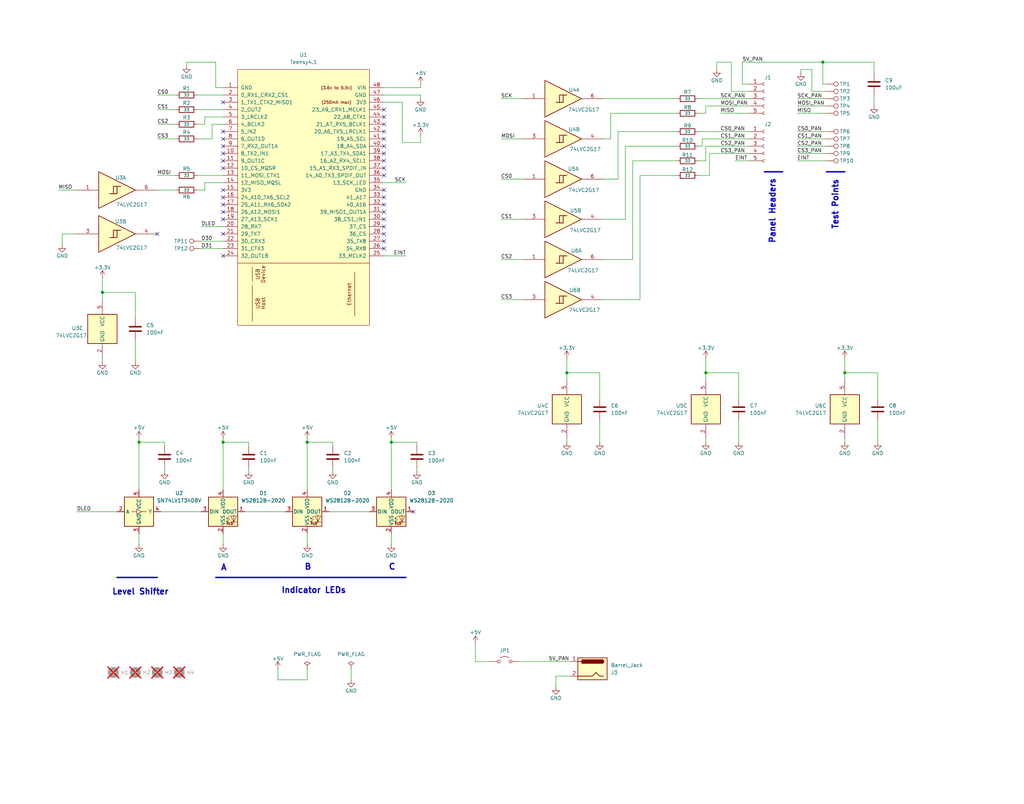
<source format=kicad_sch>
(kicad_sch (version 20250114) (generator "eeschema") (generator_version "9.0")
  (paper "User" 355.6 279.4)
  (title_block (title "${BoardName} V${Version}") (date "2025-10-02") (rev "${Revision}") (company "Reiser Lab"))
  (lib_symbols
    (symbol "74xGxx:74LVC2G17"
      (property "Reference" "U" (at -1.27 7.62 0))
      (property "Value" "74LVC2G17" (at 2.54 -7.62 0))
      (symbol "74LVC2G17_1_1"
        (pin input line (at -15.24 0 0) (length 7.62) (name "~") (number "1"))
        (pin output line (at 12.7 0 180) (length 7.62) (name "~") (number "6"))
      )
      (symbol "74LVC2G17_2_1"
        (pin input line (at -15.24 0 0) (length 7.62) (name "~") (number "3"))
        (pin output line (at 12.7 0 180) (length 7.62) (name "~") (number "4"))
      )
      (symbol "74LVC2G17_3_1"
        (pin power_in line (at 0 10.16 270) (length 5.08) (name "VCC") (number "5"))
        (pin power_in line (at 0 -10.16 90) (length 5.08) (name "GND") (number "2"))
      )
    )
    (symbol "Connector:Barrel_Jack" (pin_names (offset 1.016))
      (property "Reference" "J" (at 0 5.334 0))
      (property "Value" "Barrel_Jack" (at 0 -5.08 0))
      (symbol "Barrel_Jack_1_1"
        (pin passive line (at 7.62 2.54 180) (length 2.54) (name "~") (number "1"))
        (pin passive line (at 7.62 -2.54 180) (length 2.54) (name "~") (number "2"))
      )
    )
    (symbol "Connector:Conn_01x05_Socket" (pin_names (offset 1.016) (hide yes))
      (property "Reference" "J" (at 0 7.62 0))
      (property "Value" "Conn_01x05_Socket" (at 0 -7.62 0))
      (symbol "Conn_01x05_Socket_1_1"
        (pin passive line (at -5.08 5.08 0) (length 3.81) (name "Pin_1") (number "1"))
        (pin passive line (at -5.08 2.54 0) (length 3.81) (name "Pin_2") (number "2"))
        (pin passive line (at -5.08 0 0) (length 3.81) (name "Pin_3") (number "3"))
        (pin passive line (at -5.08 -2.54 0) (length 3.81) (name "Pin_4") (number "4"))
        (pin passive line (at -5.08 -5.08 0) (length 3.81) (name "Pin_5") (number "5"))
      )
    )
    (symbol "Connector:TestPoint" (pin_numbers (hide yes)) (pin_names (offset 0.762) (hide yes))
      (property "Reference" "TP" (at 0 6.858 0))
      (property "Value" "TestPoint" (at 0 5.08 0))
      (symbol "TestPoint_1_1"
        (pin passive line (at 0 0 90) (length 2.54) (name "1") (number "1"))
      )
    )
    (symbol "Device:C" (pin_numbers (hide yes)) (pin_names (offset 0.254))
      (property "Reference" "C" (at 0.635 2.54 0))
      (property "Value" "C" (at 0.635 -2.54 0))
      (symbol "C_1_1"
        (pin passive line (at 0 3.81 270) (length 2.794) (name "~") (number "1"))
        (pin passive line (at 0 -3.81 90) (length 2.794) (name "~") (number "2"))
      )
    )
    (symbol "Device:R" (pin_numbers (hide yes)) (pin_names (offset 0))
      (property "Reference" "R" (at 2.032 0 90))
      (property "Value" "R" (at 0 0 90))
      (symbol "R_1_1"
        (pin passive line (at 0 3.81 270) (length 1.27) (name "~") (number "1"))
        (pin passive line (at 0 -3.81 90) (length 1.27) (name "~") (number "2"))
      )
    )
    (symbol "Jumper:Jumper_2_Open" (pin_numbers (hide yes)) (pin_names (offset 0) (hide yes))
      (property "Reference" "JP" (at 0 2.794 0))
      (property "Value" "Jumper_2_Open" (at 0 -2.286 0))
      (symbol "Jumper_2_Open_1_1"
        (pin passive line (at -5.08 0 0) (length 2.54) (name "A") (number "1"))
        (pin passive line (at 5.08 0 180) (length 2.54) (name "B") (number "2"))
      )
    )
    (symbol "LED:WS2812B-2020" (pin_names (offset 0.254))
      (property "Reference" "D" (at 5.08 5.715 0))
      (property "Value" "WS2812B-2020" (at 1.27 -5.715 0))
      (symbol "WS2812B-2020_0_0"
        (text "RGB" (at 2.286 -4.191 0) (effects (font (size 0.762 0.762))))
      )
      (symbol "WS2812B-2020_1_1"
        (pin input line (at -7.62 0 0) (length 2.54) (name "DIN") (number "3"))
        (pin power_in line (at 0 7.62 270) (length 2.54) (name "VDD") (number "4"))
        (pin power_in line (at 0 -7.62 90) (length 2.54) (name "VSS") (number "2"))
        (pin output line (at 7.62 0 180) (length 2.54) (name "DOUT") (number "1"))
      )
    )
    (symbol "Logic_LevelTranslator:SN74LV1T34DBV"
      (property "Reference" "U" (at 5.08 6.35 0))
      (property "Value" "SN74LV1T34DBV" (at 5.08 3.81 0))
      (symbol "SN74LV1T34DBV_1_1"
        (pin input line (at -7.62 0 0) (length 2.54) (name "A") (number "2"))
        (pin no_connect line (at -5.08 2.54 0) (length 2.54) (hide yes) (name "NC") (number "1"))
        (pin power_in line (at 0 7.62 270) (length 2.54) (name "VCC") (number "5"))
        (pin power_in line (at 0 -7.62 90) (length 2.54) (name "GND") (number "3"))
        (pin output line (at 7.62 0 180) (length 2.54) (name "Y") (number "4"))
      )
    )
    (symbol "Mechanical:MountingHole" (pin_names (offset 1.016)) (in_bom no)
      (property "Reference" "H" (at 0 5.08 0))
      (property "Value" "MountingHole" (at 0 3.175 0))
    )
    (symbol "power:+3.3V" (power) (pin_numbers (hide yes)) (pin_names (offset 0) (hide yes))
      (property "Value" "+3.3V" (at 0 3.556 0))
      (symbol "+3.3V_1_1"
        (pin power_in line (at 0 0 90) (length 0) (name "~") (number "1"))
      )
    )
    (symbol "power:+5V" (power) (pin_numbers (hide yes)) (pin_names (offset 0) (hide yes))
      (property "Value" "+5V" (at 0 3.556 0))
      (symbol "+5V_1_1"
        (pin power_in line (at 0 0 90) (length 0) (name "~") (number "1"))
      )
    )
    (symbol "power:GND" (power) (pin_numbers (hide yes)) (pin_names (offset 0) (hide yes))
      (property "Value" "GND" (at 0 -3.81 0))
      (symbol "GND_1_1"
        (pin power_in line (at 0 0 270) (length 0) (name "~") (number "1"))
      )
    )
    (symbol "power:PWR_FLAG" (power) (pin_numbers (hide yes)) (pin_names (offset 0) (hide yes))
      (property "Value" "PWR_FLAG" (at 0 3.81 0))
      (symbol "PWR_FLAG_0_0"
        (pin power_out line (at 0 0 90) (length 0) (name "~") (number "1"))
      )
    )
    (symbol "teensy:Teensy4.1" (pin_names (offset 1.016))
      (property "Reference" "U" (at 0 64.77 0))
      (property "Value" "Teensy4.1" (at 0 62.23 0))
      (symbol "Teensy4.1_0_0"
        (text "USB" (at -15.875 -10.16 900) (effects (font (size 1.27 1.27))))
        (text "USB" (at -15.875 -20.32 900) (effects (font (size 1.27 1.27))))
        (text "Device" (at -13.97 -10.16 900) (effects (font (size 1.27 1.27))))
        (text "Host" (at -13.97 -20.32 900) (effects (font (size 1.27 1.27))))
        (text "(3.6v to 5.5v)" (at 11.43 54.61 0) (effects (font (size 1.016 1.016))))
        (text "(250mA max)" (at 11.43 49.53 0) (effects (font (size 1.016 1.016))))
        (text "Ethernet" (at 15.875 -17.145 900) (effects (font (size 1.27 1.27))))
        (pin bidirectional line (at -27.94 44.45 0) (length 5.08) (name "3_LRCLK2") (number "5"))
        (pin bidirectional line (at -27.94 41.91 0) (length 5.08) (name "4_BCLK2") (number "6"))
        (pin bidirectional line (at -27.94 39.37 0) (length 5.08) (name "5_IN2") (number "7"))
        (pin bidirectional line (at -27.94 36.83 0) (length 5.08) (name "6_OUT1D") (number "8"))
        (pin bidirectional line (at -27.94 34.29 0) (length 5.08) (name "7_RX2_OUT1A") (number "9"))
        (pin bidirectional line (at -27.94 31.75 0) (length 5.08) (name "8_TX2_IN1") (number "10"))
        (pin bidirectional line (at -27.94 29.21 0) (length 5.08) (name "9_OUT1C") (number "11"))
        (pin bidirectional line (at -27.94 26.67 0) (length 5.08) (name "10_CS_MQSR") (number "12"))
        (pin bidirectional line (at -27.94 24.13 0) (length 5.08) (name "11_MOSI_CTX1") (number "13"))
        (pin bidirectional line (at -27.94 21.59 0) (length 5.08) (name "12_MISO_MQSL") (number "14"))
        (pin power_in line (at -27.94 19.05 0) (length 5.08) (name "3V3") (number "15"))
        (pin bidirectional line (at -27.94 16.51 0) (length 5.08) (name "24_A10_TX6_SCL2") (number "16"))
        (pin bidirectional line (at -27.94 13.97 0) (length 5.08) (name "25_A11_RX6_SDA2") (number "17"))
        (pin bidirectional line (at -27.94 11.43 0) (length 5.08) (name "26_A12_MOSI1") (number "18"))
        (pin bidirectional line (at -27.94 8.89 0) (length 5.08) (name "27_A13_SCK1") (number "19"))
        (pin bidirectional line (at -27.94 6.35 0) (length 5.08) (name "28_RX7") (number "20"))
        (pin bidirectional line (at -27.94 3.81 0) (length 5.08) (name "29_TX7") (number "21"))
        (pin bidirectional line (at -27.94 1.27 0) (length 5.08) (name "30_CRX3") (number "22"))
        (pin bidirectional line (at -27.94 -1.27 0) (length 5.08) (name "31_CTX3") (number "23"))
        (pin bidirectional line (at -27.94 -3.81 0) (length 5.08) (name "32_OUT1B") (number "24"))
        (pin power_in line (at 27.94 54.61 180) (length 5.08) (name "VIN") (number "48"))
        (pin bidirectional line (at 27.94 46.99 180) (length 5.08) (name "23_A9_CRX1_MCLK1") (number "45"))
        (pin bidirectional line (at 27.94 44.45 180) (length 5.08) (name "22_A8_CTX1") (number "44"))
        (pin bidirectional line (at 27.94 41.91 180) (length 5.08) (name "21_A7_RX5_BCLK1") (number "43"))
        (pin bidirectional line (at 27.94 39.37 180) (length 5.08) (name "20_A6_TX5_LRCLK1") (number "42"))
        (pin bidirectional line (at 27.94 36.83 180) (length 5.08) (name "19_A5_SCL") (number "41"))
        (pin bidirectional line (at 27.94 34.29 180) (length 5.08) (name "18_A4_SDA") (number "40"))
        (pin bidirectional line (at 27.94 31.75 180) (length 5.08) (name "17_A3_TX4_SDA1") (number "39"))
        (pin bidirectional line (at 27.94 29.21 180) (length 5.08) (name "16_A2_RX4_SCL1") (number "38"))
        (pin bidirectional line (at 27.94 26.67 180) (length 5.08) (name "15_A1_RX3_SPDIF_IN") (number "37"))
        (pin bidirectional line (at 27.94 24.13 180) (length 5.08) (name "14_A0_TX3_SPDIF_OUT") (number "36"))
        (pin bidirectional line (at 27.94 21.59 180) (length 5.08) (name "13_SCK_LED") (number "35"))
        (pin bidirectional line (at 27.94 16.51 180) (length 5.08) (name "41_A17") (number "33"))
        (pin bidirectional line (at 27.94 13.97 180) (length 5.08) (name "40_A16") (number "32"))
        (pin bidirectional line (at 27.94 11.43 180) (length 5.08) (name "39_MISO1_OUT1A") (number "31"))
        (pin bidirectional line (at 27.94 8.89 180) (length 5.08) (name "38_CS1_IN1") (number "30"))
        (pin bidirectional line (at 27.94 6.35 180) (length 5.08) (name "37_CS") (number "29"))
        (pin bidirectional line (at 27.94 3.81 180) (length 5.08) (name "36_CS") (number "28"))
        (pin bidirectional line (at 27.94 1.27 180) (length 5.08) (name "35_TX8") (number "27"))
        (pin bidirectional line (at 27.94 -1.27 180) (length 5.08) (name "34_RX8") (number "26"))
        (pin bidirectional line (at 27.94 -3.81 180) (length 5.08) (name "33_MCLK2") (number "25"))
      )
      (symbol "Teensy4.1_1_0"
        (pin power_in line (at 27.94 52.07 180) (length 5.08) (name "GND") (number "47"))
        (pin power_out line (at 27.94 49.53 180) (length 5.08) (name "3V3") (number "46"))
      )
      (symbol "Teensy4.1_1_1"
        (pin power_in line (at -27.94 54.61 0) (length 5.08) (name "GND") (number "1"))
        (pin bidirectional line (at -27.94 52.07 0) (length 5.08) (name "0_RX1_CRX2_CS1") (number "2"))
        (pin bidirectional line (at -27.94 49.53 0) (length 5.08) (name "1_TX1_CTX2_MISO1") (number "3"))
        (pin bidirectional line (at -27.94 46.99 0) (length 5.08) (name "2_OUT2") (number "4"))
        (pin power_in line (at 27.94 19.05 180) (length 5.08) (name "GND") (number "34"))
      )
    )
  )
  (text "Add Teensy GPIO test points!" (at 96.774 -7.62 0) (effects (font (size 5.08 5.08))))
  (text "Test Points" (at 290.068 71.12 90) (effects (font (size 2.032 2.032) (thickness 0.4064) (bold yes))))
  (text "C" (at 136.144 197.104 0) (effects (font (size 2.032 2.032) (thickness 0.4064) (bold yes))))
  (text "Indicator LEDs" (at 108.966 205.232 0) (effects (font (size 2.032 2.032) (thickness 0.4064) (bold yes))))
  (text "B" (at 106.934 197.104 0) (effects (font (size 2.032 2.032) (thickness 0.4064) (bold yes))))
  (text "Panel Headers" (at 268.224 73.406 90) (effects (font (size 2.032 2.032) (thickness 0.4064) (bold yes))))
  (text "A" (at 77.724 197.358 0) (effects (font (size 2.032 2.032) (thickness 0.4064) (bold yes))))
  (text "Level Shifter" (at 48.768 205.74 0) (effects (font (size 2.032 2.032) (thickness 0.4064) (bold yes))))
  (junction (at 35.56 101.6))
  (junction (at 293.37 129.54))
  (junction (at 285.75 21.59))
  (junction (at 77.47 153.67))
  (junction (at 135.89 153.67))
  (junction (at 106.68 153.67))
  (junction (at 245.11 129.54))
  (junction (at 196.85 129.54))
  (junction (at 48.26 153.67))
  (no_connect (at 133.35 78.74))
  (no_connect (at 133.35 71.12))
  (no_connect (at 77.47 73.66))
  (no_connect (at 77.47 88.9))
  (no_connect (at 77.47 66.04))
  (no_connect (at 133.35 40.64))
  (no_connect (at 133.35 60.96))
  (no_connect (at 133.35 55.88))
  (no_connect (at 133.35 43.18))
  (no_connect (at 133.35 86.36))
  (no_connect (at 133.35 66.04))
  (no_connect (at 133.35 53.34))
  (no_connect (at 77.47 71.12))
  (no_connect (at 77.47 48.26))
  (no_connect (at 77.47 76.2))
  (no_connect (at 133.35 48.26))
  (no_connect (at 77.47 53.34))
  (no_connect (at 133.35 73.66))
  (no_connect (at 133.35 68.58))
  (no_connect (at 133.35 45.72))
  (no_connect (at 133.35 81.28))
  (no_connect (at 77.47 50.8))
  (no_connect (at 77.47 45.72))
  (no_connect (at 77.47 68.58))
  (no_connect (at 133.35 83.82))
  (no_connect (at 77.47 81.28))
  (no_connect (at 54.61 81.28))
  (no_connect (at 133.35 58.42))
  (no_connect (at 143.51 177.8))
  (no_connect (at 133.35 76.2))
  (no_connect (at 133.35 50.8))
  (no_connect (at 133.35 38.1))
  (no_connect (at 77.47 35.56))
  (no_connect (at 77.47 55.88))
  (no_connect (at 77.47 58.42))
  (wire (pts (xy 250.19 39.37) (xy 260.35 39.37)))
  (wire (pts (xy 222.25 60.96) (xy 222.25 104.14)))
  (wire (pts (xy 71.12 43.18) (xy 68.58 43.18)))
  (wire (pts (xy 242.57 60.96) (xy 246.38 60.96)))
  (wire (pts (xy 276.86 34.29) (xy 287.02 34.29)))
  (wire (pts (xy 208.28 129.54) (xy 208.28 138.43)))
  (wire (pts (xy 68.58 33.02) (xy 77.47 33.02)))
  (wire (pts (xy 255.27 55.88) (xy 260.35 55.88)))
  (wire (pts (xy 71.12 63.5) (xy 77.47 63.5)))
  (wire (pts (xy 209.55 34.29) (xy 234.95 34.29)))
  (wire (pts (xy 254 21.59) (xy 248.92 21.59)))
  (wire (pts (xy 293.37 124.46) (xy 293.37 129.54)))
  (wire (pts (xy 135.89 153.67) (xy 144.78 153.67)))
  (wire (pts (xy 69.85 83.82) (xy 77.47 83.82)))
  (wire (pts (xy 54.61 33.02) (xy 60.96 33.02)))
  (wire (pts (xy 165.1 223.52) (xy 165.1 229.87)))
  (wire (pts (xy 173.99 34.29) (xy 181.61 34.29)))
  (wire (pts (xy 242.57 45.72) (xy 260.35 45.72)))
  (wire (pts (xy 180.34 229.87) (xy 198.12 229.87)))
  (wire (pts (xy 20.32 66.04) (xy 26.67 66.04)))
  (wire (pts (xy 256.54 129.54) (xy 256.54 138.43)))
  (wire (pts (xy 281.94 31.75) (xy 281.94 24.13)))
  (wire (pts (xy 242.57 39.37) (xy 245.11 39.37)))
  (wire (pts (xy 245.11 129.54) (xy 245.11 132.08)))
  (wire (pts (xy 276.86 45.72) (xy 287.02 45.72)))
  (wire (pts (xy 74.93 21.59) (xy 74.93 30.48)))
  (wire (pts (xy 115.57 153.67) (xy 115.57 154.94)))
  (wire (pts (xy 144.78 153.67) (xy 144.78 154.94)))
  (wire (pts (xy 57.15 162.56) (xy 57.15 163.83)))
  (wire (pts (xy 77.47 185.42) (xy 77.47 189.23)))
  (wire (pts (xy 133.35 63.5) (xy 140.97 63.5)))
  (wire (pts (xy 106.68 232.41) (xy 106.68 236.22)))
  (wire (pts (xy 303.53 33.02) (xy 303.53 36.83)))
  (wire (pts (xy 35.56 125.73) (xy 35.56 124.46)))
  (wire (pts (xy 304.8 146.05) (xy 304.8 153.67)))
  (wire (pts (xy 135.89 152.4) (xy 135.89 153.67)))
  (wire (pts (xy 303.53 21.59) (xy 303.53 25.4)))
  (wire (pts (xy 133.35 88.9) (xy 140.97 88.9)))
  (wire (pts (xy 71.12 40.64) (xy 71.12 43.18)))
  (wire (pts (xy 257.81 21.59) (xy 257.81 29.21)))
  (wire (pts (xy 293.37 129.54) (xy 304.8 129.54)))
  (wire (pts (xy 106.68 152.4) (xy 106.68 153.67)))
  (wire (pts (xy 85.09 177.8) (xy 99.06 177.8)))
  (wire (pts (xy 96.52 232.41) (xy 96.52 236.22)))
  (wire (pts (xy 214.63 62.23) (xy 214.63 45.72)))
  (wire (pts (xy 248.92 21.59) (xy 248.92 24.13)))
  (wire (pts (xy 222.25 104.14) (xy 209.55 104.14)))
  (wire (pts (xy 254 31.75) (xy 254 21.59)))
  (wire (pts (xy 139.7 49.53) (xy 146.05 49.53)))
  (wire (pts (xy 77.47 152.4) (xy 77.47 153.67)))
  (wire (pts (xy 106.68 185.42) (xy 106.68 189.23)))
  (wire (pts (xy 146.05 33.02) (xy 133.35 33.02)))
  (wire (pts (xy 276.86 53.34) (xy 287.02 53.34)))
  (wire (pts (xy 257.81 29.21) (xy 260.35 29.21)))
  (wire (pts (xy 54.61 43.18) (xy 60.96 43.18)))
  (wire (pts (xy 219.71 90.17) (xy 219.71 55.88)))
  (wire (pts (xy 68.58 66.04) (xy 71.12 66.04)))
  (wire (pts (xy 285.75 21.59) (xy 303.53 21.59)))
  (wire (pts (xy 173.99 90.17) (xy 181.61 90.17)))
  (wire (pts (xy 146.05 33.02) (xy 146.05 34.29)))
  (wire (pts (xy 276.86 48.26) (xy 287.02 48.26)))
  (wire (pts (xy 106.68 153.67) (xy 115.57 153.67)))
  (polyline (pts (xy 265.43 59.69) (xy 271.78 59.69)) (stroke (width 0.508) (type solid)))
  (wire (pts (xy 214.63 45.72) (xy 234.95 45.72)))
  (wire (pts (xy 222.25 60.96) (xy 234.95 60.96)))
  (wire (pts (xy 135.89 153.67) (xy 135.89 170.18)))
  (wire (pts (xy 77.47 153.67) (xy 86.36 153.67)))
  (wire (pts (xy 26.67 177.8) (xy 40.64 177.8)))
  (wire (pts (xy 35.56 101.6) (xy 35.56 104.14)))
  (wire (pts (xy 35.56 101.6) (xy 46.99 101.6)))
  (wire (pts (xy 243.84 48.26) (xy 260.35 48.26)))
  (wire (pts (xy 68.58 60.96) (xy 77.47 60.96)))
  (wire (pts (xy 287.02 29.21) (xy 285.75 29.21)))
  (polyline (pts (xy 287.02 59.69) (xy 293.37 59.69)) (stroke (width 0.508) (type solid)))
  (wire (pts (xy 246.38 60.96) (xy 246.38 53.34)))
  (wire (pts (xy 245.11 50.8) (xy 260.35 50.8)))
  (wire (pts (xy 69.85 78.74) (xy 77.47 78.74)))
  (wire (pts (xy 26.67 81.28) (xy 21.59 81.28)))
  (wire (pts (xy 173.99 76.2) (xy 181.61 76.2)))
  (wire (pts (xy 193.04 234.95) (xy 193.04 238.76)))
  (wire (pts (xy 48.26 153.67) (xy 48.26 170.18)))
  (wire (pts (xy 64.77 21.59) (xy 64.77 22.86)))
  (wire (pts (xy 245.11 36.83) (xy 260.35 36.83)))
  (wire (pts (xy 46.99 101.6) (xy 46.99 110.49)))
  (wire (pts (xy 173.99 48.26) (xy 181.61 48.26)))
  (wire (pts (xy 246.38 53.34) (xy 260.35 53.34)))
  (wire (pts (xy 276.86 36.83) (xy 287.02 36.83)))
  (wire (pts (xy 69.85 86.36) (xy 77.47 86.36)))
  (wire (pts (xy 114.3 177.8) (xy 128.27 177.8)))
  (wire (pts (xy 73.66 48.26) (xy 68.58 48.26)))
  (wire (pts (xy 54.61 48.26) (xy 60.96 48.26)))
  (wire (pts (xy 73.66 43.18) (xy 73.66 48.26)))
  (wire (pts (xy 133.35 35.56) (xy 139.7 35.56)))
  (wire (pts (xy 196.85 153.67) (xy 196.85 152.4)))
  (wire (pts (xy 242.57 50.8) (xy 243.84 50.8)))
  (wire (pts (xy 173.99 62.23) (xy 181.61 62.23)))
  (wire (pts (xy 245.11 55.88) (xy 245.11 50.8)))
  (wire (pts (xy 243.84 50.8) (xy 243.84 48.26)))
  (wire (pts (xy 293.37 153.67) (xy 293.37 152.4)))
  (wire (pts (xy 285.75 21.59) (xy 285.75 29.21)))
  (wire (pts (xy 276.86 55.88) (xy 287.02 55.88)))
  (wire (pts (xy 242.57 34.29) (xy 260.35 34.29)))
  (wire (pts (xy 173.99 104.14) (xy 181.61 104.14)))
  (wire (pts (xy 217.17 76.2) (xy 217.17 50.8)))
  (wire (pts (xy 54.61 66.04) (xy 60.96 66.04)))
  (wire (pts (xy 219.71 55.88) (xy 234.95 55.88)))
  (wire (pts (xy 139.7 35.56) (xy 139.7 49.53)))
  (wire (pts (xy 254 31.75) (xy 260.35 31.75)))
  (wire (pts (xy 242.57 55.88) (xy 245.11 55.88)))
  (polyline (pts (xy 40.64 200.66) (xy 54.61 200.66)) (stroke (width 0.508) (type solid)))
  (wire (pts (xy 121.92 232.41) (xy 121.92 236.22)))
  (wire (pts (xy 54.61 60.96) (xy 60.96 60.96)))
  (wire (pts (xy 209.55 48.26) (xy 212.09 48.26)))
  (wire (pts (xy 54.61 38.1) (xy 60.96 38.1)))
  (wire (pts (xy 276.86 39.37) (xy 287.02 39.37)))
  (wire (pts (xy 144.78 162.56) (xy 144.78 163.83)))
  (wire (pts (xy 281.94 24.13) (xy 278.13 24.13)))
  (wire (pts (xy 146.05 46.99) (xy 146.05 49.53)))
  (wire (pts (xy 115.57 162.56) (xy 115.57 163.83)))
  (wire (pts (xy 209.55 76.2) (xy 217.17 76.2)))
  (wire (pts (xy 170.18 229.87) (xy 165.1 229.87)))
  (wire (pts (xy 46.99 118.11) (xy 46.99 125.73)))
  (wire (pts (xy 57.15 153.67) (xy 57.15 154.94)))
  (wire (pts (xy 133.35 30.48) (xy 146.05 30.48)))
  (wire (pts (xy 68.58 38.1) (xy 77.47 38.1)))
  (wire (pts (xy 71.12 66.04) (xy 71.12 63.5)))
  (wire (pts (xy 276.86 50.8) (xy 287.02 50.8)))
  (wire (pts (xy 293.37 129.54) (xy 293.37 132.08)))
  (wire (pts (xy 55.88 177.8) (xy 69.85 177.8)))
  (wire (pts (xy 245.11 124.46) (xy 245.11 129.54)))
  (wire (pts (xy 198.12 234.95) (xy 193.04 234.95)))
  (wire (pts (xy 209.55 62.23) (xy 214.63 62.23)))
  (wire (pts (xy 196.85 124.46) (xy 196.85 129.54)))
  (polyline (pts (xy 74.93 200.66) (xy 140.97 200.66)) (stroke (width 0.508) (type solid)))
  (wire (pts (xy 86.36 162.56) (xy 86.36 163.83)))
  (wire (pts (xy 146.05 29.21) (xy 146.05 30.48)))
  (wire (pts (xy 106.68 236.22) (xy 96.52 236.22)))
  (wire (pts (xy 245.11 153.67) (xy 245.11 152.4)))
  (wire (pts (xy 77.47 153.67) (xy 77.47 170.18)))
  (wire (pts (xy 278.13 24.13) (xy 278.13 25.4)))
  (wire (pts (xy 257.81 21.59) (xy 285.75 21.59)))
  (wire (pts (xy 48.26 185.42) (xy 48.26 189.23)))
  (wire (pts (xy 48.26 153.67) (xy 57.15 153.67)))
  (wire (pts (xy 73.66 43.18) (xy 77.47 43.18)))
  (wire (pts (xy 21.59 81.28) (xy 21.59 85.09)))
  (wire (pts (xy 245.11 129.54) (xy 256.54 129.54)))
  (wire (pts (xy 74.93 30.48) (xy 77.47 30.48)))
  (wire (pts (xy 281.94 31.75) (xy 287.02 31.75)))
  (wire (pts (xy 304.8 129.54) (xy 304.8 138.43)))
  (wire (pts (xy 64.77 21.59) (xy 74.93 21.59)))
  (wire (pts (xy 212.09 39.37) (xy 234.95 39.37)))
  (wire (pts (xy 135.89 185.42) (xy 135.89 189.23)))
  (wire (pts (xy 209.55 90.17) (xy 219.71 90.17)))
  (wire (pts (xy 71.12 40.64) (xy 77.47 40.64)))
  (wire (pts (xy 208.28 146.05) (xy 208.28 153.67)))
  (wire (pts (xy 212.09 48.26) (xy 212.09 39.37)))
  (wire (pts (xy 256.54 146.05) (xy 256.54 153.67)))
  (wire (pts (xy 196.85 129.54) (xy 208.28 129.54)))
  (wire (pts (xy 217.17 50.8) (xy 234.95 50.8)))
  (wire (pts (xy 196.85 129.54) (xy 196.85 132.08)))
  (wire (pts (xy 106.68 153.67) (xy 106.68 170.18)))
  (wire (pts (xy 86.36 153.67) (xy 86.36 154.94)))
  (wire (pts (xy 245.11 39.37) (xy 245.11 36.83)))
  (wire (pts (xy 48.26 152.4) (xy 48.26 153.67)))
  (wire (pts (xy 35.56 96.52) (xy 35.56 101.6)))
  (label "EINT" (at 255.27 55.88 0))
  (label "SCK" (at 140.97 63.5 180))
  (label "EINT" (at 140.97 88.9 180))
  (label "DLED" (at 26.67 177.8 0))
  (label "D30" (at 69.85 83.82 0))
  (label "MISO" (at 276.86 39.37 0))
  (label "5V_PAN" (at 257.81 21.59 0))
  (label "SCK_PAN" (at 250.19 34.29 0))
  (label "CS2" (at 54.61 43.18 0))
  (label "EINT" (at 276.86 55.88 0))
  (label "5V_PAN" (at 190.5 229.87 0))
  (label "SCK_PAN" (at 276.86 34.29 0))
  (label "CS2" (at 173.99 90.17 0))
  (label "CS2_PAN" (at 276.86 50.8 0))
  (label "CS0_PAN" (at 276.86 45.72 0))
  (label "MISO" (at 250.19 39.37 0))
  (label "SCK" (at 173.99 34.29 0))
  (label "CS3_PAN" (at 250.19 53.34 0))
  (label "MOSI_PAN" (at 250.19 36.83 0))
  (label "CS0" (at 173.99 62.23 0))
  (label "CS2_PAN" (at 250.19 50.8 0))
  (label "CS3" (at 173.99 104.14 0))
  (label "CS1_PAN" (at 276.86 48.26 0))
  (label "D31" (at 69.85 86.36 0))
  (label "CS3_PAN" (at 276.86 53.34 0))
  (label "CS1" (at 173.99 76.2 0))
  (label "MISO" (at 20.32 66.04 0))
  (label "CS3" (at 54.61 48.26 0))
  (label "CS0_PAN" (at 250.19 45.72 0))
  (label "DLED" (at 69.85 78.74 0))
  (label "MOSI_PAN" (at 276.86 36.83 0))
  (label "MOSI" (at 173.99 48.26 0))
  (label "MOSI" (at 54.61 60.96 0))
  (label "CS1" (at 54.61 38.1 0))
  (label "CS0" (at 54.61 33.02 0))
  (label "CS1_PAN" (at 250.19 48.26 0))
  (symbol (lib_id "74xGxx:74LVC2G17") (at 293.37 142.24 0) (mirror y) (unit 3)
    (property "Reference" "U6" (at 287.02 140.9699 0) (effects (justify left)))
    (property "Value" "74LVC2G17" (at 287.02 143.5099 0) (effects (justify left)))
    (property "Footprint" "Package_TO_SOT_SMD:SOT-23-6" (effects (hide yes)))
    (property "Datasheet" "http://www.ti.com/lit/sg/scyt129e/scyt129e.pdf" (effects (hide yes)))
    (property "Description" "Dual Buffer, Schmitt Triggered, Low-Voltage CMOS" (effects (hide yes)))
  )
  (symbol (lib_id "Device:C") (at 144.78 158.75 0) (unit 1)
    (property "Reference" "C3" (at 148.59 157.4799 0) (effects (justify left)))
    (property "Value" "100nF" (at 148.59 160.0199 0) (effects (justify left)))
    (property "Footprint" "Capacitor_SMD:C_0402_1005Metric" (effects (hide yes)))
    (property "Description" "Unpolarized capacitor" (effects (hide yes)))
    (property "LCSC Part #" "C1525" (effects (hide yes)))
  )
  (symbol (lib_id "power:GND") (at 303.53 36.83 0) (unit 1)
    (property "Reference" "#PWR035" (effects (hide yes)))
    (property "Value" "GND" (at 303.53 40.64 0))
    (property "Description" "Power symbol creates a global label with name \"GND\" , ground" (effects (hide yes)))
  )
  (symbol (lib_id "power:GND") (at 256.54 153.67 0) (unit 1)
    (property "Reference" "#PWR031" (effects (hide yes)))
    (property "Value" "GND" (at 256.54 157.48 0))
    (property "Description" "Power symbol creates a global label with name \"GND\" , ground" (effects (hide yes)))
  )
  (symbol (lib_id "power:GND") (at 46.99 125.73 0) (unit 1)
    (property "Reference" "#PWR025" (effects (hide yes)))
    (property "Value" "GND" (at 46.99 129.54 0))
    (property "Description" "Power symbol creates a global label with name \"GND\" , ground" (effects (hide yes)))
  )
  (symbol (lib_id "Device:C") (at 46.99 114.3 0) (unit 1)
    (property "Reference" "C5" (at 50.8 113.0299 0) (effects (justify left)))
    (property "Value" "100nF" (at 50.8 115.5699 0) (effects (justify left)))
    (property "Footprint" "Capacitor_SMD:C_0402_1005Metric" (effects (hide yes)))
    (property "Description" "Unpolarized capacitor" (effects (hide yes)))
    (property "LCSC Part #" "C1525" (effects (hide yes)))
  )
  (symbol (lib_id "Mechanical:MountingHole") (at 62.23 233.68 0) (unit 1) (in_bom no) (dnp yes)
    (property "Reference" "H4" (at 64.77 233.6799 0) (effects (justify left)))
    (property "Value" "MountingHole" (effects (hide yes)))
    (property "Footprint" "MountingHole:MountingHole_3.2mm_M3" (effects (hide yes)))
    (property "Description" "Mounting Hole without connection" (effects (hide yes)))
  )
  (symbol (lib_id "power:GND") (at 193.04 238.76 0) (mirror y) (unit 1)
    (property "Reference" "#PWR014" (effects (hide yes)))
    (property "Value" "GND" (at 193.04 242.57 0))
    (property "Description" "Power symbol creates a global label with name \"GND\" , ground" (effects (hide yes)))
  )
  (symbol (lib_id "power:GND") (at 278.13 25.4 0) (unit 1)
    (property "Reference" "#PWR015" (effects (hide yes)))
    (property "Value" "GND" (at 278.13 29.21 0))
    (property "Description" "Power symbol creates a global label with name \"GND\" , ground" (effects (hide yes)))
  )
  (symbol (lib_id "LED:WS2812B-2020") (at 135.89 177.8 0) (unit 1)
    (property "Reference" "D3" (at 149.86 171.3798 0))
    (property "Value" "WS2812B-2020" (at 149.86 173.9198 0))
    (property "Footprint" "LED_SMD:LED_WS2812B-2020_PLCC4_2.0x2.0mm" (effects (hide yes)))
    (property "Datasheet" "https://cdn-shop.adafruit.com/product-files/4684/4684_WS2812B-2020_V1.3_EN.pdf" (effects (hide yes)))
    (property "Description" "RGB LED with integrated controller, 2.0 x 2.0 mm, 12 mA" (effects (hide yes)))
    (property "LCSC Part #" "C965555" (effects (hide yes)))
  )
  (symbol (lib_id "power:GND") (at 21.59 85.09 0) (mirror y) (unit 1)
    (property "Reference" "#PWR036" (effects (hide yes)))
    (property "Value" "GND" (at 21.59 88.9 0))
    (property "Description" "Power symbol creates a global label with name \"GND\" , ground" (effects (hide yes)))
  )
  (symbol (lib_id "74xGxx:74LVC2G17") (at 196.85 62.23 0) (mirror x) (unit 1)
    (property "Reference" "U5" (at 199.136 58.674 0))
    (property "Value" "74LVC2G17" (at 202.692 66.04 0))
    (property "Footprint" "Package_TO_SOT_SMD:SOT-23-6" (effects (hide yes)))
    (property "Datasheet" "http://www.ti.com/lit/sg/scyt129e/scyt129e.pdf" (effects (hide yes)))
    (property "Description" "Dual Buffer, Schmitt Triggered, Low-Voltage CMOS" (effects (hide yes)))
  )
  (symbol (lib_id "Connector:TestPoint") (at 287.02 45.72 270) (unit 1)
    (property "Reference" "TP6" (at 291.592 45.72 90) (effects (justify left)))
    (property "Value" "TestPoint" (effects (hide yes)))
    (property "Footprint" "TestPoint:TestPoint_THTPad_D2.0mm_Drill1.0mm" (effects (hide yes)))
    (property "Description" "test point" (effects (hide yes)))
    (property "LCSC Part #" "C238122" (effects (hide yes)))
  )
  (symbol (lib_id "power:+5V") (at 96.52 232.41 0) (mirror y) (unit 1)
    (property "Reference" "#PWR013" (effects (hide yes)))
    (property "Value" "+5V" (at 96.52 228.854 0))
    (property "Description" "Power symbol creates a global label with name \"+5V\"" (effects (hide yes)))
  )
  (symbol (lib_id "74xGxx:74LVC2G17") (at 41.91 66.04 0) (mirror x) (unit 1)
    (property "Reference" "U3" (at 41.91 61.722 0))
    (property "Value" "74LVC2G17" (at 45.72 71.12 0))
    (property "Footprint" "Package_TO_SOT_SMD:SOT-23-6" (effects (hide yes)))
    (property "Datasheet" "http://www.ti.com/lit/sg/scyt129e/scyt129e.pdf" (effects (hide yes)))
    (property "Description" "Dual Buffer, Schmitt Triggered, Low-Voltage CMOS" (effects (hide yes)))
  )
  (symbol (lib_id "Device:R") (at 238.76 55.88 90) (unit 1)
    (property "Reference" "R11" (at 238.76 53.848 90))
    (property "Value" "33" (at 238.76 55.88 90) (effects (font (size 1.016 1.016))))
    (property "Footprint" "Resistor_SMD:R_0402_1005Metric" (effects (hide yes)))
    (property "Description" "Resistor" (effects (hide yes)))
  )
  (symbol (lib_id "power:+3.3V") (at 196.85 124.46 0) (unit 1)
    (property "Reference" "#PWR026" (effects (hide yes)))
    (property "Value" "+3.3V" (at 196.85 120.904 0))
    (property "Description" "Power symbol creates a global label with name \"+3.3V\"" (effects (hide yes)))
  )
  (symbol (lib_id "LED:WS2812B-2020") (at 106.68 177.8 0) (unit 1)
    (property "Reference" "D2" (at 120.65 171.3798 0))
    (property "Value" "WS2812B-2020" (at 120.65 173.9198 0))
    (property "Footprint" "LED_SMD:LED_WS2812B-2020_PLCC4_2.0x2.0mm" (effects (hide yes)))
    (property "Datasheet" "https://cdn-shop.adafruit.com/product-files/4684/4684_WS2812B-2020_V1.3_EN.pdf" (effects (hide yes)))
    (property "Description" "RGB LED with integrated controller, 2.0 x 2.0 mm, 12 mA" (effects (hide yes)))
    (property "LCSC Part #" "C965555" (effects (hide yes)))
  )
  (symbol (lib_id "power:+5V") (at 165.1 223.52 0) (unit 1)
    (property "Reference" "#PWR016" (effects (hide yes)))
    (property "Value" "+5V" (at 165.1 219.71 0))
    (property "Description" "Power symbol creates a global label with name \"+5V\"" (effects (hide yes)))
  )
  (symbol (lib_id "Connector:TestPoint") (at 69.85 86.36 90) (mirror x) (unit 1)
    (property "Reference" "TP12" (at 65.278 86.36 90) (effects (justify left)))
    (property "Value" "TestPoint" (effects (hide yes)))
    (property "Footprint" "TestPoint:TestPoint_THTPad_D2.0mm_Drill1.0mm" (effects (hide yes)))
    (property "Description" "test point" (effects (hide yes)))
    (property "LCSC Part #" "C238122" (effects (hide yes)))
  )
  (symbol (lib_id "power:GND") (at 146.05 34.29 0) (mirror y) (unit 1)
    (property "Reference" "#PWR012" (effects (hide yes)))
    (property "Value" "GND" (at 146.05 38.1 0))
    (property "Description" "Power symbol creates a global label with name \"GND\" , ground" (effects (hide yes)))
  )
  (symbol (lib_id "Device:R") (at 64.77 48.26 90) (unit 1)
    (property "Reference" "R4" (at 64.77 45.974 90))
    (property "Value" "33" (at 64.77 48.26 90) (effects (font (size 1.016 1.016))))
    (property "Footprint" "Resistor_SMD:R_0402_1005Metric" (effects (hide yes)))
    (property "Description" "Resistor" (effects (hide yes)))
  )
  (symbol (lib_id "Device:R") (at 238.76 34.29 90) (unit 1)
    (property "Reference" "R7" (at 238.76 32.004 90))
    (property "Value" "33" (at 238.76 34.29 90) (effects (font (size 1.016 1.016))))
    (property "Footprint" "Resistor_SMD:R_0402_1005Metric" (effects (hide yes)))
    (property "Description" "Resistor" (effects (hide yes)))
  )
  (symbol (lib_id "Device:R") (at 64.77 38.1 90) (unit 1)
    (property "Reference" "R2" (at 64.77 35.814 90))
    (property "Value" "33" (at 64.77 38.1 90) (effects (font (size 1.016 1.016))))
    (property "Footprint" "Resistor_SMD:R_0402_1005Metric" (effects (hide yes)))
    (property "Description" "Resistor" (effects (hide yes)))
  )
  (symbol (lib_id "Device:C") (at 304.8 142.24 0) (unit 1)
    (property "Reference" "C8" (at 308.61 140.9699 0) (effects (justify left)))
    (property "Value" "100nF" (at 308.61 143.5099 0) (effects (justify left)))
    (property "Footprint" "Capacitor_SMD:C_0402_1005Metric" (effects (hide yes)))
    (property "Description" "Unpolarized capacitor" (effects (hide yes)))
    (property "LCSC Part #" "C1525" (effects (hide yes)))
  )
  (symbol (lib_id "Connector:Conn_01x05_Socket") (at 265.43 50.8 0) (unit 1)
    (property "Reference" "J2" (at 265.43 43.18 0) (effects (justify left)))
    (property "Value" "Conn_01x05_Socket" (effects (hide yes)))
    (property "Footprint" "Connector_PinSocket_2.54mm:PinSocket_1x05_P2.54mm_Vertical" (effects (hide yes)))
    (property "Description" "Generic connector, single row, 01x05, script generated" (effects (hide yes)))
    (property "LCSC Part #" "C50950" (effects (hide yes)))
    (property "FT Rotation Offset" "-90" (effects (hide yes)))
  )
  (symbol (lib_id "Connector:TestPoint") (at 287.02 50.8 270) (unit 1)
    (property "Reference" "TP8" (at 291.592 50.8 90) (effects (justify left)))
    (property "Value" "TestPoint" (effects (hide yes)))
    (property "Footprint" "TestPoint:TestPoint_THTPad_D2.0mm_Drill1.0mm" (effects (hide yes)))
    (property "Description" "test point" (effects (hide yes)))
    (property "LCSC Part #" "C238122" (effects (hide yes)))
  )
  (symbol (lib_id "Connector:TestPoint") (at 287.02 34.29 270) (unit 1)
    (property "Reference" "TP3" (at 291.592 34.29 90) (effects (justify left)))
    (property "Value" "TestPoint" (effects (hide yes)))
    (property "Footprint" "TestPoint:TestPoint_THTPad_D2.0mm_Drill1.0mm" (effects (hide yes)))
    (property "Description" "test point" (effects (hide yes)))
    (property "LCSC Part #" "C238122" (effects (hide yes)))
  )
  (symbol (lib_id "Device:R") (at 64.77 66.04 90) (unit 1)
    (property "Reference" "R6" (at 64.77 68.326 90))
    (property "Value" "33" (at 64.77 66.04 90) (effects (font (size 1.016 1.016))))
    (property "Footprint" "Resistor_SMD:R_0402_1005Metric" (effects (hide yes)))
    (property "Description" "Resistor" (effects (hide yes)))
  )
  (symbol (lib_id "power:GND") (at 64.77 22.86 0) (unit 1)
    (property "Reference" "#PWR01" (effects (hide yes)))
    (property "Value" "GND" (at 64.77 26.67 0))
    (property "Description" "Power symbol creates a global label with name \"GND\" , ground" (effects (hide yes)))
  )
  (symbol (lib_id "Device:C") (at 256.54 142.24 0) (unit 1)
    (property "Reference" "C7" (at 260.35 140.9699 0) (effects (justify left)))
    (property "Value" "100nF" (at 260.35 143.5099 0) (effects (justify left)))
    (property "Footprint" "Capacitor_SMD:C_0402_1005Metric" (effects (hide yes)))
    (property "Description" "Unpolarized capacitor" (effects (hide yes)))
    (property "LCSC Part #" "C1525" (effects (hide yes)))
  )
  (symbol (lib_id "Connector:TestPoint") (at 287.02 36.83 270) (unit 1)
    (property "Reference" "TP4" (at 291.592 36.83 90) (effects (justify left)))
    (property "Value" "TestPoint" (effects (hide yes)))
    (property "Footprint" "TestPoint:TestPoint_THTPad_D2.0mm_Drill1.0mm" (effects (hide yes)))
    (property "Description" "test point" (effects (hide yes)))
    (property "LCSC Part #" "C238122" (effects (hide yes)))
  )
  (symbol (lib_id "Device:C") (at 115.57 158.75 0) (unit 1)
    (property "Reference" "C2" (at 119.38 157.4799 0) (effects (justify left)))
    (property "Value" "100nF" (at 119.38 160.0199 0) (effects (justify left)))
    (property "Footprint" "Capacitor_SMD:C_0402_1005Metric" (effects (hide yes)))
    (property "Description" "Unpolarized capacitor" (effects (hide yes)))
    (property "LCSC Part #" "C1525" (effects (hide yes)))
  )
  (symbol (lib_id "power:GND") (at 208.28 153.67 0) (unit 1)
    (property "Reference" "#PWR028" (effects (hide yes)))
    (property "Value" "GND" (at 208.28 157.48 0))
    (property "Description" "Power symbol creates a global label with name \"GND\" , ground" (effects (hide yes)))
  )
  (symbol (lib_id "74xGxx:74LVC2G17") (at 41.91 81.28 0) (mirror x) (unit 2)
    (property "Reference" "U3" (at 41.91 76.962 0))
    (property "Value" "74LVC2G17" (at 45.72 86.106 0))
    (property "Footprint" "Package_TO_SOT_SMD:SOT-23-6" (effects (hide yes)))
    (property "Datasheet" "http://www.ti.com/lit/sg/scyt129e/scyt129e.pdf" (effects (hide yes)))
    (property "Description" "Dual Buffer, Schmitt Triggered, Low-Voltage CMOS" (effects (hide yes)))
  )
  (symbol (lib_id "74xGxx:74LVC2G17") (at 196.85 142.24 0) (mirror y) (unit 3)
    (property "Reference" "U4" (at 190.5 140.9699 0) (effects (justify left)))
    (property "Value" "74LVC2G17" (at 190.5 143.5099 0) (effects (justify left)))
    (property "Footprint" "Package_TO_SOT_SMD:SOT-23-6" (effects (hide yes)))
    (property "Datasheet" "http://www.ti.com/lit/sg/scyt129e/scyt129e.pdf" (effects (hide yes)))
    (property "Description" "Dual Buffer, Schmitt Triggered, Low-Voltage CMOS" (effects (hide yes)))
  )
  (symbol (lib_id "74xGxx:74LVC2G17") (at 196.85 90.17 0) (mirror x) (unit 1)
    (property "Reference" "U6" (at 200.152 87.122 0))
    (property "Value" "74LVC2G17" (at 202.438 93.98 0))
    (property "Footprint" "Package_TO_SOT_SMD:SOT-23-6" (effects (hide yes)))
    (property "Datasheet" "http://www.ti.com/lit/sg/scyt129e/scyt129e.pdf" (effects (hide yes)))
    (property "Description" "Dual Buffer, Schmitt Triggered, Low-Voltage CMOS" (effects (hide yes)))
  )
  (symbol (lib_id "74xGxx:74LVC2G17") (at 196.85 34.29 0) (mirror x) (unit 1)
    (property "Reference" "U4" (at 199.39 31.242 0))
    (property "Value" "74LVC2G17" (at 202.692 38.1 0))
    (property "Footprint" "Package_TO_SOT_SMD:SOT-23-6" (effects (hide yes)))
    (property "Datasheet" "http://www.ti.com/lit/sg/scyt129e/scyt129e.pdf" (effects (hide yes)))
    (property "Description" "Dual Buffer, Schmitt Triggered, Low-Voltage CMOS" (effects (hide yes)))
  )
  (symbol (lib_id "Device:R") (at 64.77 43.18 90) (unit 1)
    (property "Reference" "R3" (at 64.77 40.894 90))
    (property "Value" "33" (at 64.77 43.18 90) (effects (font (size 1.016 1.016))))
    (property "Footprint" "Resistor_SMD:R_0402_1005Metric" (effects (hide yes)))
    (property "Description" "Resistor" (effects (hide yes)))
  )
  (symbol (lib_id "LED:WS2812B-2020") (at 77.47 177.8 0) (unit 1)
    (property "Reference" "D1" (at 91.44 171.3798 0))
    (property "Value" "WS2812B-2020" (at 91.44 173.9198 0))
    (property "Footprint" "LED_SMD:LED_WS2812B-2020_PLCC4_2.0x2.0mm" (effects (hide yes)))
    (property "Datasheet" "https://cdn-shop.adafruit.com/product-files/4684/4684_WS2812B-2020_V1.3_EN.pdf" (effects (hide yes)))
    (property "Description" "RGB LED with integrated controller, 2.0 x 2.0 mm, 12 mA" (effects (hide yes)))
    (property "LCSC Part #" "C965555" (effects (hide yes)))
  )
  (symbol (lib_id "74xGxx:74LVC2G17") (at 245.11 142.24 0) (mirror y) (unit 3)
    (property "Reference" "U5" (at 238.76 140.9699 0) (effects (justify left)))
    (property "Value" "74LVC2G17" (at 238.76 143.5099 0) (effects (justify left)))
    (property "Footprint" "Package_TO_SOT_SMD:SOT-23-6" (effects (hide yes)))
    (property "Datasheet" "http://www.ti.com/lit/sg/scyt129e/scyt129e.pdf" (effects (hide yes)))
    (property "Description" "Dual Buffer, Schmitt Triggered, Low-Voltage CMOS" (effects (hide yes)))
  )
  (symbol (lib_id "74xGxx:74LVC2G17") (at 35.56 114.3 0) (unit 3)
    (property "Reference" "U3" (at 24.892 114.046 0) (effects (justify left)))
    (property "Value" "74LVC2G17" (at 19.304 116.586 0) (effects (justify left)))
    (property "Footprint" "Package_TO_SOT_SMD:SOT-23-6" (effects (hide yes)))
    (property "Datasheet" "http://www.ti.com/lit/sg/scyt129e/scyt129e.pdf" (effects (hide yes)))
    (property "Description" "Dual Buffer, Schmitt Triggered, Low-Voltage CMOS" (effects (hide yes)))
  )
  (symbol (lib_id "power:GND") (at 196.85 153.67 0) (mirror y) (unit 1)
    (property "Reference" "#PWR027" (effects (hide yes)))
    (property "Value" "GND" (at 196.85 157.48 0))
    (property "Description" "Power symbol creates a global label with name \"GND\" , ground" (effects (hide yes)))
  )
  (symbol (lib_id "Device:C") (at 303.53 29.21 0) (unit 1)
    (property "Reference" "C9" (at 307.34 27.9399 0) (effects (justify left)))
    (property "Value" "100uF" (at 307.34 30.4799 0) (effects (justify left)))
    (property "Footprint" "Capacitor_SMD:C_1210_3225Metric" (effects (hide yes)))
    (property "Description" "Unpolarized capacitor" (effects (hide yes)))
    (property "LCSC Part #" "C1525" (effects (hide yes)))
  )
  (symbol (lib_id "Connector:TestPoint") (at 287.02 55.88 270) (unit 1)
    (property "Reference" "TP10" (at 291.592 55.88 90) (effects (justify left)))
    (property "Value" "TestPoint" (effects (hide yes)))
    (property "Footprint" "TestPoint:TestPoint_THTPad_D2.0mm_Drill1.0mm" (effects (hide yes)))
    (property "Description" "test point" (effects (hide yes)))
    (property "LCSC Part #" "C238122" (effects (hide yes)))
  )
  (symbol (lib_id "Device:R") (at 238.76 60.96 90) (unit 1)
    (property "Reference" "R12" (at 238.76 58.928 90))
    (property "Value" "33" (at 238.76 60.96 90) (effects (font (size 1.016 1.016))))
    (property "Footprint" "Resistor_SMD:R_0402_1005Metric" (effects (hide yes)))
    (property "Description" "Resistor" (effects (hide yes)))
  )
  (symbol (lib_id "power:GND") (at 293.37 153.67 0) (mirror y) (unit 1)
    (property "Reference" "#PWR033" (effects (hide yes)))
    (property "Value" "GND" (at 293.37 157.48 0))
    (property "Description" "Power symbol creates a global label with name \"GND\" , ground" (effects (hide yes)))
  )
  (symbol (lib_id "Device:R") (at 238.76 39.37 90) (unit 1)
    (property "Reference" "R8" (at 238.76 37.338 90))
    (property "Value" "33" (at 238.76 39.37 90) (effects (font (size 1.016 1.016))))
    (property "Footprint" "Resistor_SMD:R_0402_1005Metric" (effects (hide yes)))
    (property "Description" "Resistor" (effects (hide yes)))
  )
  (symbol (lib_id "power:+5V") (at 48.26 152.4 0) (unit 1)
    (property "Reference" "#PWR020" (effects (hide yes)))
    (property "Value" "+5V" (at 48.26 148.59 0))
    (property "Description" "Power symbol creates a global label with name \"+5V\"" (effects (hide yes)))
  )
  (symbol (lib_id "power:+5V") (at 146.05 29.21 0) (unit 1)
    (property "Reference" "#PWR011" (effects (hide yes)))
    (property "Value" "+5V" (at 146.05 25.4 0))
    (property "Description" "Power symbol creates a global label with name \"+5V\"" (effects (hide yes)))
  )
  (symbol (lib_id "power:PWR_FLAG") (at 106.68 232.41 0) (unit 1)
    (property "Reference" "#FLG01" (effects (hide yes)))
    (property "Value" "PWR_FLAG" (at 106.68 227.33 0))
    (property "Description" "Special symbol for telling ERC where power comes from" (effects (hide yes)))
  )
  (symbol (lib_id "power:GND") (at 121.92 236.22 0) (unit 1)
    (property "Reference" "#PWR018" (effects (hide yes)))
    (property "Value" "GND" (at 121.92 240.03 0))
    (property "Description" "Power symbol creates a global label with name \"GND\" , ground" (effects (hide yes)))
  )
  (symbol (lib_id "Connector:Barrel_Jack") (at 205.74 232.41 0) (mirror y) (unit 1)
    (property "Reference" "J3" (at 212.09 233.6801 0) (effects (justify right)))
    (property "Value" "Barrel_Jack" (at 212.09 231.1401 0) (effects (justify right)))
    (property "Footprint" "arena_custom:DCJACK_2PIN_HIGHCURRENT" (effects (hide yes)))
    (property "Description" "DC Barrel Jack" (effects (hide yes)))
  )
  (symbol (lib_id "power:GND") (at 115.57 163.83 0) (unit 1)
    (property "Reference" "#PWR07" (effects (hide yes)))
    (property "Value" "GND" (at 115.57 167.64 0))
    (property "Description" "Power symbol creates a global label with name \"GND\" , ground" (effects (hide yes)))
  )
  (symbol (lib_id "Connector:TestPoint") (at 69.85 83.82 90) (mirror x) (unit 1)
    (property "Reference" "TP11" (at 65.278 83.82 90) (effects (justify left)))
    (property "Value" "TestPoint" (effects (hide yes)))
    (property "Footprint" "TestPoint:TestPoint_THTPad_D2.0mm_Drill1.0mm" (effects (hide yes)))
    (property "Description" "test point" (effects (hide yes)))
    (property "LCSC Part #" "C238122" (effects (hide yes)))
  )
  (symbol (lib_id "power:GND") (at 106.68 189.23 0) (unit 1)
    (property "Reference" "#PWR06" (effects (hide yes)))
    (property "Value" "GND" (at 106.68 193.04 0))
    (property "Description" "Power symbol creates a global label with name \"GND\" , ground" (effects (hide yes)))
  )
  (symbol (lib_id "Device:C") (at 208.28 142.24 0) (unit 1)
    (property "Reference" "C6" (at 212.09 140.9699 0) (effects (justify left)))
    (property "Value" "100nF" (at 212.09 143.5099 0) (effects (justify left)))
    (property "Footprint" "Capacitor_SMD:C_0402_1005Metric" (effects (hide yes)))
    (property "Description" "Unpolarized capacitor" (effects (hide yes)))
    (property "LCSC Part #" "C1525" (effects (hide yes)))
  )
  (symbol (lib_id "74xGxx:74LVC2G17") (at 196.85 76.2 0) (mirror x) (unit 2)
    (property "Reference" "U5" (at 199.898 73.152 0))
    (property "Value" "74LVC2G17" (at 203.2 80.01 0))
    (property "Footprint" "Package_TO_SOT_SMD:SOT-23-6" (effects (hide yes)))
    (property "Datasheet" "http://www.ti.com/lit/sg/scyt129e/scyt129e.pdf" (effects (hide yes)))
    (property "Description" "Dual Buffer, Schmitt Triggered, Low-Voltage CMOS" (effects (hide yes)))
  )
  (symbol (lib_id "Connector:TestPoint") (at 287.02 31.75 270) (unit 1)
    (property "Reference" "TP2" (at 291.592 31.75 90) (effects (justify left)))
    (property "Value" "TestPoint" (effects (hide yes)))
    (property "Footprint" "TestPoint:TestPoint_THTPad_D2.0mm_Drill1.0mm" (effects (hide yes)))
    (property "Description" "test point" (effects (hide yes)))
    (property "LCSC Part #" "C238122" (effects (hide yes)))
  )
  (symbol (lib_id "power:GND") (at 86.36 163.83 0) (unit 1)
    (property "Reference" "#PWR04" (effects (hide yes)))
    (property "Value" "GND" (at 86.36 167.64 0))
    (property "Description" "Power symbol creates a global label with name \"GND\" , ground" (effects (hide yes)))
  )
  (symbol (lib_id "Device:C") (at 57.15 158.75 0) (unit 1)
    (property "Reference" "C4" (at 60.96 157.4799 0) (effects (justify left)))
    (property "Value" "100nF" (at 60.96 160.0199 0) (effects (justify left)))
    (property "Footprint" "Capacitor_SMD:C_0402_1005Metric" (effects (hide yes)))
    (property "Description" "Unpolarized capacitor" (effects (hide yes)))
    (property "LCSC Part #" "C1525" (effects (hide yes)))
  )
  (symbol (lib_id "74xGxx:74LVC2G17") (at 196.85 104.14 0) (mirror x) (unit 2)
    (property "Reference" "U6" (at 199.644 100.838 0))
    (property "Value" "74LVC2G17" (at 202.946 107.696 0))
    (property "Footprint" "Package_TO_SOT_SMD:SOT-23-6" (effects (hide yes)))
    (property "Datasheet" "http://www.ti.com/lit/sg/scyt129e/scyt129e.pdf" (effects (hide yes)))
    (property "Description" "Dual Buffer, Schmitt Triggered, Low-Voltage CMOS" (effects (hide yes)))
  )
  (symbol (lib_id "power:GND") (at 35.56 125.73 0) (mirror y) (unit 1)
    (property "Reference" "#PWR024" (effects (hide yes)))
    (property "Value" "GND" (at 35.56 129.54 0))
    (property "Description" "Power symbol creates a global label with name \"GND\" , ground" (effects (hide yes)))
  )
  (symbol (lib_id "Device:R") (at 238.76 50.8 90) (unit 1)
    (property "Reference" "R10" (at 238.76 48.768 90))
    (property "Value" "33" (at 238.76 50.8 90) (effects (font (size 1.016 1.016))))
    (property "Footprint" "Resistor_SMD:R_0402_1005Metric" (effects (hide yes)))
    (property "Description" "Resistor" (effects (hide yes)))
  )
  (symbol (lib_id "power:+3.3V") (at 293.37 124.46 0) (unit 1)
    (property "Reference" "#PWR032" (effects (hide yes)))
    (property "Value" "+3.3V" (at 293.37 120.904 0))
    (property "Description" "Power symbol creates a global label with name \"+3.3V\"" (effects (hide yes)))
  )
  (symbol (lib_id "Connector:TestPoint") (at 287.02 39.37 270) (unit 1)
    (property "Reference" "TP5" (at 291.592 39.37 90) (effects (justify left)))
    (property "Value" "TestPoint" (effects (hide yes)))
    (property "Footprint" "TestPoint:TestPoint_THTPad_D2.0mm_Drill1.0mm" (effects (hide yes)))
    (property "Description" "test point" (effects (hide yes)))
    (property "LCSC Part #" "C238122" (effects (hide yes)))
  )
  (symbol (lib_id "power:+3.3V") (at 245.11 124.46 0) (unit 1)
    (property "Reference" "#PWR029" (effects (hide yes)))
    (property "Value" "+3.3V" (at 245.11 120.904 0))
    (property "Description" "Power symbol creates a global label with name \"+3.3V\"" (effects (hide yes)))
  )
  (symbol (lib_id "power:+5V") (at 135.89 152.4 0) (unit 1)
    (property "Reference" "#PWR08" (effects (hide yes)))
    (property "Value" "+5V" (at 135.89 148.59 0))
    (property "Description" "Power symbol creates a global label with name \"+5V\"" (effects (hide yes)))
  )
  (symbol (lib_id "Mechanical:MountingHole") (at 39.37 233.68 0) (unit 1) (in_bom no) (dnp yes)
    (property "Reference" "H1" (at 41.91 233.6799 0) (effects (justify left)))
    (property "Value" "MountingHole" (effects (hide yes)))
    (property "Footprint" "MountingHole:MountingHole_3.2mm_M3" (effects (hide yes)))
    (property "Description" "Mounting Hole without connection" (effects (hide yes)))
  )
  (symbol (lib_id "power:GND") (at 77.47 189.23 0) (unit 1)
    (property "Reference" "#PWR03" (effects (hide yes)))
    (property "Value" "GND" (at 77.47 193.04 0))
    (property "Description" "Power symbol creates a global label with name \"GND\" , ground" (effects (hide yes)))
  )
  (symbol (lib_id "Connector:TestPoint") (at 287.02 53.34 270) (unit 1)
    (property "Reference" "TP9" (at 291.592 53.34 90) (effects (justify left)))
    (property "Value" "TestPoint" (effects (hide yes)))
    (property "Footprint" "TestPoint:TestPoint_THTPad_D2.0mm_Drill1.0mm" (effects (hide yes)))
    (property "Description" "test point" (effects (hide yes)))
    (property "LCSC Part #" "C238122" (effects (hide yes)))
  )
  (symbol (lib_id "power:GND") (at 245.11 153.67 0) (mirror y) (unit 1)
    (property "Reference" "#PWR030" (effects (hide yes)))
    (property "Value" "GND" (at 245.11 157.48 0))
    (property "Description" "Power symbol creates a global label with name \"GND\" , ground" (effects (hide yes)))
  )
  (symbol (lib_id "power:GND") (at 135.89 189.23 0) (unit 1)
    (property "Reference" "#PWR09" (effects (hide yes)))
    (property "Value" "GND" (at 135.89 193.04 0))
    (property "Description" "Power symbol creates a global label with name \"GND\" , ground" (effects (hide yes)))
  )
  (symbol (lib_id "Device:C") (at 86.36 158.75 0) (unit 1)
    (property "Reference" "C1" (at 90.17 157.4799 0) (effects (justify left)))
    (property "Value" "100nF" (at 90.17 160.0199 0) (effects (justify left)))
    (property "Footprint" "Capacitor_SMD:C_0402_1005Metric" (effects (hide yes)))
    (property "Description" "Unpolarized capacitor" (effects (hide yes)))
    (property "LCSC Part #" "C1525" (effects (hide yes)))
  )
  (symbol (lib_id "power:+3.3V") (at 146.05 46.99 0) (unit 1)
    (property "Reference" "#PWR022" (effects (hide yes)))
    (property "Value" "+3.3V" (at 146.05 43.434 0))
    (property "Description" "Power symbol creates a global label with name \"+3.3V\"" (effects (hide yes)))
  )
  (symbol (lib_id "power:+3.3V") (at 35.56 96.52 0) (unit 1)
    (property "Reference" "#PWR023" (effects (hide yes)))
    (property "Value" "+3.3V" (at 35.56 92.964 0))
    (property "Description" "Power symbol creates a global label with name \"+3.3V\"" (effects (hide yes)))
  )
  (symbol (lib_id "power:GND") (at 48.26 189.23 0) (unit 1)
    (property "Reference" "#PWR019" (effects (hide yes)))
    (property "Value" "GND" (at 48.26 193.04 0))
    (property "Description" "Power symbol creates a global label with name \"GND\" , ground" (effects (hide yes)))
  )
  (symbol (lib_id "Logic_LevelTranslator:SN74LV1T34DBV") (at 48.26 177.8 0) (unit 1)
    (property "Reference" "U2" (at 62.23 171.3798 0))
    (property "Value" "SN74LV1T34DBV" (at 62.23 173.9198 0))
    (property "Footprint" "Package_TO_SOT_SMD:SOT-23-5" (effects (hide yes)))
    (property "Datasheet" "https://www.ti.com/lit/ds/symlink/sn74lv1t34.pdf" (effects (hide yes)))
    (property "Description" "Single Power Supply, Single Buffer GATE, CMOS Logic, Level Shifter, SOT-23-5" (effects (hide yes)))
    (property "LCSC Part #" "C100024" (effects (hide yes)))
  )
  (symbol (lib_id "Mechanical:MountingHole") (at 46.99 233.68 0) (unit 1) (in_bom no) (dnp yes)
    (property "Reference" "H2" (at 49.53 233.6799 0) (effects (justify left)))
    (property "Value" "MountingHole" (effects (hide yes)))
    (property "Footprint" "MountingHole:MountingHole_3.2mm_M3" (effects (hide yes)))
    (property "Description" "Mounting Hole without connection" (effects (hide yes)))
  )
  (symbol (lib_id "power:GND") (at 144.78 163.83 0) (unit 1)
    (property "Reference" "#PWR010" (effects (hide yes)))
    (property "Value" "GND" (at 144.78 167.64 0))
    (property "Description" "Power symbol creates a global label with name \"GND\" , ground" (effects (hide yes)))
  )
  (symbol (lib_id "Connector:Conn_01x05_Socket") (at 265.43 34.29 0) (unit 1)
    (property "Reference" "J1" (at 265.43 26.924 0) (effects (justify left)))
    (property "Value" "Conn_01x05_Socket" (effects (hide yes)))
    (property "Footprint" "Connector_PinSocket_2.54mm:PinSocket_1x05_P2.54mm_Vertical" (effects (hide yes)))
    (property "Description" "Generic connector, single row, 01x05, script generated" (effects (hide yes)))
    (property "LCSC Part #" "C50950" (effects (hide yes)))
    (property "FT Rotation Offset" "-90" (effects (hide yes)))
  )
  (symbol (lib_id "power:GND") (at 248.92 24.13 0) (unit 1)
    (property "Reference" "#PWR017" (effects (hide yes)))
    (property "Value" "GND" (at 248.92 27.94 0))
    (property "Description" "Power symbol creates a global label with name \"GND\" , ground" (effects (hide yes)))
  )
  (symbol (lib_id "power:+5V") (at 77.47 152.4 0) (unit 1)
    (property "Reference" "#PWR02" (effects (hide yes)))
    (property "Value" "+5V" (at 77.47 148.59 0))
    (property "Description" "Power symbol creates a global label with name \"+5V\"" (effects (hide yes)))
  )
  (symbol (lib_id "Connector:TestPoint") (at 287.02 29.21 270) (unit 1)
    (property "Reference" "TP1" (at 291.592 29.21 90) (effects (justify left)))
    (property "Value" "TestPoint" (effects (hide yes)))
    (property "Footprint" "TestPoint:TestPoint_THTPad_D2.0mm_Drill1.0mm" (effects (hide yes)))
    (property "Description" "test point" (effects (hide yes)))
    (property "LCSC Part #" "C238122" (effects (hide yes)))
  )
  (symbol (lib_id "Device:R") (at 64.77 60.96 90) (unit 1)
    (property "Reference" "R5" (at 64.77 58.674 90))
    (property "Value" "33" (at 64.77 60.96 90) (effects (font (size 1.016 1.016))))
    (property "Footprint" "Resistor_SMD:R_0402_1005Metric" (effects (hide yes)))
    (property "Description" "Resistor" (effects (hide yes)))
  )
  (symbol (lib_id "power:GND") (at 304.8 153.67 0) (unit 1)
    (property "Reference" "#PWR034" (effects (hide yes)))
    (property "Value" "GND" (at 304.8 157.48 0))
    (property "Description" "Power symbol creates a global label with name \"GND\" , ground" (effects (hide yes)))
  )
  (symbol (lib_id "Connector:TestPoint") (at 287.02 48.26 270) (unit 1)
    (property "Reference" "TP7" (at 291.592 48.26 90) (effects (justify left)))
    (property "Value" "TestPoint" (effects (hide yes)))
    (property "Footprint" "TestPoint:TestPoint_THTPad_D2.0mm_Drill1.0mm" (effects (hide yes)))
    (property "Description" "test point" (effects (hide yes)))
    (property "LCSC Part #" "C238122" (effects (hide yes)))
  )
  (symbol (lib_id "Device:R") (at 64.77 33.02 90) (unit 1)
    (property "Reference" "R1" (at 64.77 30.734 90))
    (property "Value" "33" (at 64.77 33.02 90) (effects (font (size 1.016 1.016))))
    (property "Footprint" "Resistor_SMD:R_0402_1005Metric" (effects (hide yes)))
    (property "Description" "Resistor" (effects (hide yes)))
  )
  (symbol (lib_id "teensy:Teensy4.1") (at 105.41 85.09 0) (unit 1)
    (property "Reference" "U1" (at 105.41 19.05 0))
    (property "Value" "Teensy4.1" (at 105.41 21.59 0))
    (property "Footprint" "teensy:Teensy41_outer_only" (effects (hide yes)))
  )
  (symbol (lib_id "Jumper:Jumper_2_Open") (at 175.26 229.87 0) (unit 1)
    (property "Reference" "JP1" (at 175.26 226.06 0))
    (property "Value" "Jumper_2_Open" (effects (hide yes)))
    (property "Footprint" "Connector_PinHeader_2.54mm:PinHeader_1x02_P2.54mm_Vertical" (effects (hide yes)))
    (property "Description" "Jumper, 2-pole, open" (effects (hide yes)))
  )
  (symbol (lib_id "Mechanical:MountingHole") (at 54.61 233.68 0) (unit 1) (in_bom no) (dnp yes)
    (property "Reference" "H3" (at 57.15 233.6799 0) (effects (justify left)))
    (property "Value" "MountingHole" (effects (hide yes)))
    (property "Footprint" "MountingHole:MountingHole_3.2mm_M3" (effects (hide yes)))
    (property "Description" "Mounting Hole without connection" (effects (hide yes)))
  )
  (symbol (lib_id "power:PWR_FLAG") (at 121.92 232.41 0) (unit 1)
    (property "Reference" "#FLG02" (effects (hide yes)))
    (property "Value" "PWR_FLAG" (at 121.92 227.33 0))
    (property "Description" "Special symbol for telling ERC where power comes from" (effects (hide yes)))
  )
  (symbol (lib_id "Device:R") (at 238.76 45.72 90) (unit 1)
    (property "Reference" "R9" (at 238.76 43.688 90))
    (property "Value" "33" (at 238.76 45.72 90) (effects (font (size 1.016 1.016))))
    (property "Footprint" "Resistor_SMD:R_0402_1005Metric" (effects (hide yes)))
    (property "Description" "Resistor" (effects (hide yes)))
  )
  (symbol (lib_id "power:GND") (at 57.15 163.83 0) (unit 1)
    (property "Reference" "#PWR021" (effects (hide yes)))
    (property "Value" "GND" (at 57.15 167.64 0))
    (property "Description" "Power symbol creates a global label with name \"GND\" , ground" (effects (hide yes)))
  )
  (symbol (lib_id "74xGxx:74LVC2G17") (at 196.85 48.26 0) (mirror x) (unit 2)
    (property "Reference" "U4" (at 199.39 44.958 0))
    (property "Value" "74LVC2G17" (at 203.2 51.816 0))
    (property "Footprint" "Package_TO_SOT_SMD:SOT-23-6" (effects (hide yes)))
    (property "Datasheet" "http://www.ti.com/lit/sg/scyt129e/scyt129e.pdf" (effects (hide yes)))
    (property "Description" "Dual Buffer, Schmitt Triggered, Low-Voltage CMOS" (effects (hide yes)))
  )
  (symbol (lib_id "power:+5V") (at 106.68 152.4 0) (unit 1)
    (property "Reference" "#PWR05" (effects (hide yes)))
    (property "Value" "+5V" (at 106.68 148.59 0))
    (property "Description" "Power symbol creates a global label with name \"+5V\"" (effects (hide yes)))
  )
)
</source>
